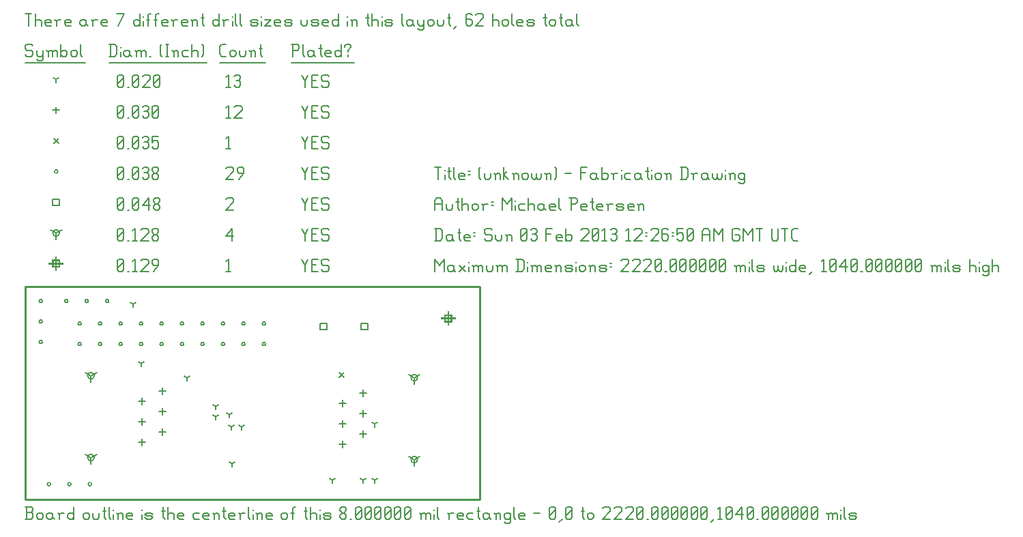
<source format=gbr>
G04 start of page 9 for group -3984 idx -3984 *
G04 Title: (unknown), fab *
G04 Creator: pcb 20110918 *
G04 CreationDate: Sun 03 Feb 2013 12:26:50 AM GMT UTC *
G04 For: petersen *
G04 Format: Gerber/RS-274X *
G04 PCB-Dimensions: 222000 104000 *
G04 PCB-Coordinate-Origin: lower left *
%MOIN*%
%FSLAX25Y25*%
%LNFAB*%
%ADD88C,0.0100*%
%ADD87C,0.0075*%
%ADD86C,0.0060*%
%ADD85R,0.0080X0.0080*%
G54D85*X206500Y91700D02*Y85300D01*
X203300Y88500D02*X209700D01*
X204900Y90100D02*X208100D01*
X204900D02*Y86900D01*
X208100D01*
Y90100D02*Y86900D01*
X15000Y118450D02*Y112050D01*
X11800Y115250D02*X18200D01*
X13400Y116850D02*X16600D01*
X13400D02*Y113650D01*
X16600D01*
Y116850D02*Y113650D01*
G54D86*X135000Y117500D02*X136500Y114500D01*
X138000Y117500D01*
X136500Y114500D02*Y111500D01*
X139800Y114800D02*X142050D01*
X139800Y111500D02*X142800D01*
X139800Y117500D02*Y111500D01*
Y117500D02*X142800D01*
X147600D02*X148350Y116750D01*
X145350Y117500D02*X147600D01*
X144600Y116750D02*X145350Y117500D01*
X144600Y116750D02*Y115250D01*
X145350Y114500D01*
X147600D01*
X148350Y113750D01*
Y112250D01*
X147600Y111500D02*X148350Y112250D01*
X145350Y111500D02*X147600D01*
X144600Y112250D02*X145350Y111500D01*
X98000Y116300D02*X99200Y117500D01*
Y111500D01*
X98000D02*X100250D01*
X45000Y112250D02*X45750Y111500D01*
X45000Y116750D02*Y112250D01*
Y116750D02*X45750Y117500D01*
X47250D01*
X48000Y116750D01*
Y112250D01*
X47250Y111500D02*X48000Y112250D01*
X45750Y111500D02*X47250D01*
X45000Y113000D02*X48000Y116000D01*
X49800Y111500D02*X50550D01*
X52350Y116300D02*X53550Y117500D01*
Y111500D01*
X52350D02*X54600D01*
X56400Y116750D02*X57150Y117500D01*
X59400D01*
X60150Y116750D01*
Y115250D01*
X56400Y111500D02*X60150Y115250D01*
X56400Y111500D02*X60150D01*
X62700D02*X64950Y114500D01*
Y116750D02*Y114500D01*
X64200Y117500D02*X64950Y116750D01*
X62700Y117500D02*X64200D01*
X61950Y116750D02*X62700Y117500D01*
X61950Y116750D02*Y115250D01*
X62700Y114500D01*
X64950D01*
X189925Y19500D02*Y16300D01*
Y19500D02*X192698Y21100D01*
X189925Y19500D02*X187152Y21100D01*
X188325Y19500D02*G75*G03X191525Y19500I1600J0D01*G01*
G75*G03X188325Y19500I-1600J0D01*G01*
X189925Y59500D02*Y56300D01*
Y59500D02*X192698Y61100D01*
X189925Y59500D02*X187152Y61100D01*
X188325Y59500D02*G75*G03X191525Y59500I1600J0D01*G01*
G75*G03X188325Y59500I-1600J0D01*G01*
X32000Y60500D02*Y57300D01*
Y60500D02*X34773Y62100D01*
X32000Y60500D02*X29227Y62100D01*
X30400Y60500D02*G75*G03X33600Y60500I1600J0D01*G01*
G75*G03X30400Y60500I-1600J0D01*G01*
X32000Y20500D02*Y17300D01*
Y20500D02*X34773Y22100D01*
X32000Y20500D02*X29227Y22100D01*
X30400Y20500D02*G75*G03X33600Y20500I1600J0D01*G01*
G75*G03X30400Y20500I-1600J0D01*G01*
X15000Y130250D02*Y127050D01*
Y130250D02*X17773Y131850D01*
X15000Y130250D02*X12227Y131850D01*
X13400Y130250D02*G75*G03X16600Y130250I1600J0D01*G01*
G75*G03X13400Y130250I-1600J0D01*G01*
X135000Y132500D02*X136500Y129500D01*
X138000Y132500D01*
X136500Y129500D02*Y126500D01*
X139800Y129800D02*X142050D01*
X139800Y126500D02*X142800D01*
X139800Y132500D02*Y126500D01*
Y132500D02*X142800D01*
X147600D02*X148350Y131750D01*
X145350Y132500D02*X147600D01*
X144600Y131750D02*X145350Y132500D01*
X144600Y131750D02*Y130250D01*
X145350Y129500D01*
X147600D01*
X148350Y128750D01*
Y127250D01*
X147600Y126500D02*X148350Y127250D01*
X145350Y126500D02*X147600D01*
X144600Y127250D02*X145350Y126500D01*
X98000Y128750D02*X101000Y132500D01*
X98000Y128750D02*X101750D01*
X101000Y132500D02*Y126500D01*
X45000Y127250D02*X45750Y126500D01*
X45000Y131750D02*Y127250D01*
Y131750D02*X45750Y132500D01*
X47250D01*
X48000Y131750D01*
Y127250D01*
X47250Y126500D02*X48000Y127250D01*
X45750Y126500D02*X47250D01*
X45000Y128000D02*X48000Y131000D01*
X49800Y126500D02*X50550D01*
X52350Y131300D02*X53550Y132500D01*
Y126500D01*
X52350D02*X54600D01*
X56400Y131750D02*X57150Y132500D01*
X59400D01*
X60150Y131750D01*
Y130250D01*
X56400Y126500D02*X60150Y130250D01*
X56400Y126500D02*X60150D01*
X61950Y127250D02*X62700Y126500D01*
X61950Y128450D02*Y127250D01*
Y128450D02*X63000Y129500D01*
X63900D01*
X64950Y128450D01*
Y127250D01*
X64200Y126500D02*X64950Y127250D01*
X62700Y126500D02*X64200D01*
X61950Y130550D02*X63000Y129500D01*
X61950Y131750D02*Y130550D01*
Y131750D02*X62700Y132500D01*
X64200D01*
X64950Y131750D01*
Y130550D01*
X63900Y129500D02*X64950Y130550D01*
X163900Y86100D02*X167100D01*
X163900D02*Y82900D01*
X167100D01*
Y86100D02*Y82900D01*
X143900Y86100D02*X147100D01*
X143900D02*Y82900D01*
X147100D01*
Y86100D02*Y82900D01*
X13400Y146850D02*X16600D01*
X13400D02*Y143650D01*
X16600D01*
Y146850D02*Y143650D01*
X135000Y147500D02*X136500Y144500D01*
X138000Y147500D01*
X136500Y144500D02*Y141500D01*
X139800Y144800D02*X142050D01*
X139800Y141500D02*X142800D01*
X139800Y147500D02*Y141500D01*
Y147500D02*X142800D01*
X147600D02*X148350Y146750D01*
X145350Y147500D02*X147600D01*
X144600Y146750D02*X145350Y147500D01*
X144600Y146750D02*Y145250D01*
X145350Y144500D01*
X147600D01*
X148350Y143750D01*
Y142250D01*
X147600Y141500D02*X148350Y142250D01*
X145350Y141500D02*X147600D01*
X144600Y142250D02*X145350Y141500D01*
X98000Y146750D02*X98750Y147500D01*
X101000D01*
X101750Y146750D01*
Y145250D01*
X98000Y141500D02*X101750Y145250D01*
X98000Y141500D02*X101750D01*
X45000Y142250D02*X45750Y141500D01*
X45000Y146750D02*Y142250D01*
Y146750D02*X45750Y147500D01*
X47250D01*
X48000Y146750D01*
Y142250D01*
X47250Y141500D02*X48000Y142250D01*
X45750Y141500D02*X47250D01*
X45000Y143000D02*X48000Y146000D01*
X49800Y141500D02*X50550D01*
X52350Y142250D02*X53100Y141500D01*
X52350Y146750D02*Y142250D01*
Y146750D02*X53100Y147500D01*
X54600D01*
X55350Y146750D01*
Y142250D01*
X54600Y141500D02*X55350Y142250D01*
X53100Y141500D02*X54600D01*
X52350Y143000D02*X55350Y146000D01*
X57150Y143750D02*X60150Y147500D01*
X57150Y143750D02*X60900D01*
X60150Y147500D02*Y141500D01*
X62700Y142250D02*X63450Y141500D01*
X62700Y143450D02*Y142250D01*
Y143450D02*X63750Y144500D01*
X64650D01*
X65700Y143450D01*
Y142250D01*
X64950Y141500D02*X65700Y142250D01*
X63450Y141500D02*X64950D01*
X62700Y145550D02*X63750Y144500D01*
X62700Y146750D02*Y145550D01*
Y146750D02*X63450Y147500D01*
X64950D01*
X65700Y146750D01*
Y145550D01*
X64650Y144500D02*X65700Y145550D01*
X25700Y76000D02*G75*G03X27300Y76000I800J0D01*G01*
G75*G03X25700Y76000I-800J0D01*G01*
X35700D02*G75*G03X37300Y76000I800J0D01*G01*
G75*G03X35700Y76000I-800J0D01*G01*
X45700D02*G75*G03X47300Y76000I800J0D01*G01*
G75*G03X45700Y76000I-800J0D01*G01*
X55700D02*G75*G03X57300Y76000I800J0D01*G01*
G75*G03X55700Y76000I-800J0D01*G01*
X65700D02*G75*G03X67300Y76000I800J0D01*G01*
G75*G03X65700Y76000I-800J0D01*G01*
X75700D02*G75*G03X77300Y76000I800J0D01*G01*
G75*G03X75700Y76000I-800J0D01*G01*
X85700D02*G75*G03X87300Y76000I800J0D01*G01*
G75*G03X85700Y76000I-800J0D01*G01*
X95700D02*G75*G03X97300Y76000I800J0D01*G01*
G75*G03X95700Y76000I-800J0D01*G01*
X105700D02*G75*G03X107300Y76000I800J0D01*G01*
G75*G03X105700Y76000I-800J0D01*G01*
X115700D02*G75*G03X117300Y76000I800J0D01*G01*
G75*G03X115700Y76000I-800J0D01*G01*
X25700Y86000D02*G75*G03X27300Y86000I800J0D01*G01*
G75*G03X25700Y86000I-800J0D01*G01*
X35700D02*G75*G03X37300Y86000I800J0D01*G01*
G75*G03X35700Y86000I-800J0D01*G01*
X45700D02*G75*G03X47300Y86000I800J0D01*G01*
G75*G03X45700Y86000I-800J0D01*G01*
X55700D02*G75*G03X57300Y86000I800J0D01*G01*
G75*G03X55700Y86000I-800J0D01*G01*
X65700D02*G75*G03X67300Y86000I800J0D01*G01*
G75*G03X65700Y86000I-800J0D01*G01*
X75700D02*G75*G03X77300Y86000I800J0D01*G01*
G75*G03X75700Y86000I-800J0D01*G01*
X85700D02*G75*G03X87300Y86000I800J0D01*G01*
G75*G03X85700Y86000I-800J0D01*G01*
X95700D02*G75*G03X97300Y86000I800J0D01*G01*
G75*G03X95700Y86000I-800J0D01*G01*
X105700D02*G75*G03X107300Y86000I800J0D01*G01*
G75*G03X105700Y86000I-800J0D01*G01*
X115700D02*G75*G03X117300Y86000I800J0D01*G01*
G75*G03X115700Y86000I-800J0D01*G01*
X39200Y97000D02*G75*G03X40800Y97000I800J0D01*G01*
G75*G03X39200Y97000I-800J0D01*G01*
X29200D02*G75*G03X30800Y97000I800J0D01*G01*
G75*G03X29200Y97000I-800J0D01*G01*
X19200D02*G75*G03X20800Y97000I800J0D01*G01*
G75*G03X19200Y97000I-800J0D01*G01*
X6700Y77000D02*G75*G03X8300Y77000I800J0D01*G01*
G75*G03X6700Y77000I-800J0D01*G01*
Y87000D02*G75*G03X8300Y87000I800J0D01*G01*
G75*G03X6700Y87000I-800J0D01*G01*
Y97000D02*G75*G03X8300Y97000I800J0D01*G01*
G75*G03X6700Y97000I-800J0D01*G01*
X10700Y7500D02*G75*G03X12300Y7500I800J0D01*G01*
G75*G03X10700Y7500I-800J0D01*G01*
X20700D02*G75*G03X22300Y7500I800J0D01*G01*
G75*G03X20700Y7500I-800J0D01*G01*
X30700D02*G75*G03X32300Y7500I800J0D01*G01*
G75*G03X30700Y7500I-800J0D01*G01*
X14200Y160250D02*G75*G03X15800Y160250I800J0D01*G01*
G75*G03X14200Y160250I-800J0D01*G01*
X135000Y162500D02*X136500Y159500D01*
X138000Y162500D01*
X136500Y159500D02*Y156500D01*
X139800Y159800D02*X142050D01*
X139800Y156500D02*X142800D01*
X139800Y162500D02*Y156500D01*
Y162500D02*X142800D01*
X147600D02*X148350Y161750D01*
X145350Y162500D02*X147600D01*
X144600Y161750D02*X145350Y162500D01*
X144600Y161750D02*Y160250D01*
X145350Y159500D01*
X147600D01*
X148350Y158750D01*
Y157250D01*
X147600Y156500D02*X148350Y157250D01*
X145350Y156500D02*X147600D01*
X144600Y157250D02*X145350Y156500D01*
X98000Y161750D02*X98750Y162500D01*
X101000D01*
X101750Y161750D01*
Y160250D01*
X98000Y156500D02*X101750Y160250D01*
X98000Y156500D02*X101750D01*
X104300D02*X106550Y159500D01*
Y161750D02*Y159500D01*
X105800Y162500D02*X106550Y161750D01*
X104300Y162500D02*X105800D01*
X103550Y161750D02*X104300Y162500D01*
X103550Y161750D02*Y160250D01*
X104300Y159500D01*
X106550D01*
X45000Y157250D02*X45750Y156500D01*
X45000Y161750D02*Y157250D01*
Y161750D02*X45750Y162500D01*
X47250D01*
X48000Y161750D01*
Y157250D01*
X47250Y156500D02*X48000Y157250D01*
X45750Y156500D02*X47250D01*
X45000Y158000D02*X48000Y161000D01*
X49800Y156500D02*X50550D01*
X52350Y157250D02*X53100Y156500D01*
X52350Y161750D02*Y157250D01*
Y161750D02*X53100Y162500D01*
X54600D01*
X55350Y161750D01*
Y157250D01*
X54600Y156500D02*X55350Y157250D01*
X53100Y156500D02*X54600D01*
X52350Y158000D02*X55350Y161000D01*
X57150Y161750D02*X57900Y162500D01*
X59400D01*
X60150Y161750D01*
X59400Y156500D02*X60150Y157250D01*
X57900Y156500D02*X59400D01*
X57150Y157250D02*X57900Y156500D01*
Y159800D02*X59400D01*
X60150Y161750D02*Y160550D01*
Y159050D02*Y157250D01*
Y159050D02*X59400Y159800D01*
X60150Y160550D02*X59400Y159800D01*
X61950Y157250D02*X62700Y156500D01*
X61950Y158450D02*Y157250D01*
Y158450D02*X63000Y159500D01*
X63900D01*
X64950Y158450D01*
Y157250D01*
X64200Y156500D02*X64950Y157250D01*
X62700Y156500D02*X64200D01*
X61950Y160550D02*X63000Y159500D01*
X61950Y161750D02*Y160550D01*
Y161750D02*X62700Y162500D01*
X64200D01*
X64950Y161750D01*
Y160550D01*
X63900Y159500D02*X64950Y160550D01*
X153300Y62200D02*X155700Y59800D01*
X153300D02*X155700Y62200D01*
X13800Y176450D02*X16200Y174050D01*
X13800D02*X16200Y176450D01*
X135000Y177500D02*X136500Y174500D01*
X138000Y177500D01*
X136500Y174500D02*Y171500D01*
X139800Y174800D02*X142050D01*
X139800Y171500D02*X142800D01*
X139800Y177500D02*Y171500D01*
Y177500D02*X142800D01*
X147600D02*X148350Y176750D01*
X145350Y177500D02*X147600D01*
X144600Y176750D02*X145350Y177500D01*
X144600Y176750D02*Y175250D01*
X145350Y174500D01*
X147600D01*
X148350Y173750D01*
Y172250D01*
X147600Y171500D02*X148350Y172250D01*
X145350Y171500D02*X147600D01*
X144600Y172250D02*X145350Y171500D01*
X98000Y176300D02*X99200Y177500D01*
Y171500D01*
X98000D02*X100250D01*
X45000Y172250D02*X45750Y171500D01*
X45000Y176750D02*Y172250D01*
Y176750D02*X45750Y177500D01*
X47250D01*
X48000Y176750D01*
Y172250D01*
X47250Y171500D02*X48000Y172250D01*
X45750Y171500D02*X47250D01*
X45000Y173000D02*X48000Y176000D01*
X49800Y171500D02*X50550D01*
X52350Y172250D02*X53100Y171500D01*
X52350Y176750D02*Y172250D01*
Y176750D02*X53100Y177500D01*
X54600D01*
X55350Y176750D01*
Y172250D01*
X54600Y171500D02*X55350Y172250D01*
X53100Y171500D02*X54600D01*
X52350Y173000D02*X55350Y176000D01*
X57150Y176750D02*X57900Y177500D01*
X59400D01*
X60150Y176750D01*
X59400Y171500D02*X60150Y172250D01*
X57900Y171500D02*X59400D01*
X57150Y172250D02*X57900Y171500D01*
Y174800D02*X59400D01*
X60150Y176750D02*Y175550D01*
Y174050D02*Y172250D01*
Y174050D02*X59400Y174800D01*
X60150Y175550D02*X59400Y174800D01*
X61950Y177500D02*X64950D01*
X61950D02*Y174500D01*
X62700Y175250D01*
X64200D01*
X64950Y174500D01*
Y172250D01*
X64200Y171500D02*X64950Y172250D01*
X62700Y171500D02*X64200D01*
X61950Y172250D02*X62700Y171500D01*
X154925Y28600D02*Y25400D01*
X153325Y27000D02*X156525D01*
X164925Y33600D02*Y30400D01*
X163325Y32000D02*X166525D01*
X154925Y38600D02*Y35400D01*
X153325Y37000D02*X156525D01*
X164925Y43600D02*Y40400D01*
X163325Y42000D02*X166525D01*
X154925Y48600D02*Y45400D01*
X153325Y47000D02*X156525D01*
X164925Y53600D02*Y50400D01*
X163325Y52000D02*X166525D01*
X67000Y54600D02*Y51400D01*
X65400Y53000D02*X68600D01*
X57000Y49600D02*Y46400D01*
X55400Y48000D02*X58600D01*
X67000Y44600D02*Y41400D01*
X65400Y43000D02*X68600D01*
X57000Y39600D02*Y36400D01*
X55400Y38000D02*X58600D01*
X67000Y34600D02*Y31400D01*
X65400Y33000D02*X68600D01*
X57000Y29600D02*Y26400D01*
X55400Y28000D02*X58600D01*
X15000Y191850D02*Y188650D01*
X13400Y190250D02*X16600D01*
X135000Y192500D02*X136500Y189500D01*
X138000Y192500D01*
X136500Y189500D02*Y186500D01*
X139800Y189800D02*X142050D01*
X139800Y186500D02*X142800D01*
X139800Y192500D02*Y186500D01*
Y192500D02*X142800D01*
X147600D02*X148350Y191750D01*
X145350Y192500D02*X147600D01*
X144600Y191750D02*X145350Y192500D01*
X144600Y191750D02*Y190250D01*
X145350Y189500D01*
X147600D01*
X148350Y188750D01*
Y187250D01*
X147600Y186500D02*X148350Y187250D01*
X145350Y186500D02*X147600D01*
X144600Y187250D02*X145350Y186500D01*
X98000Y191300D02*X99200Y192500D01*
Y186500D01*
X98000D02*X100250D01*
X102050Y191750D02*X102800Y192500D01*
X105050D01*
X105800Y191750D01*
Y190250D01*
X102050Y186500D02*X105800Y190250D01*
X102050Y186500D02*X105800D01*
X45000Y187250D02*X45750Y186500D01*
X45000Y191750D02*Y187250D01*
Y191750D02*X45750Y192500D01*
X47250D01*
X48000Y191750D01*
Y187250D01*
X47250Y186500D02*X48000Y187250D01*
X45750Y186500D02*X47250D01*
X45000Y188000D02*X48000Y191000D01*
X49800Y186500D02*X50550D01*
X52350Y187250D02*X53100Y186500D01*
X52350Y191750D02*Y187250D01*
Y191750D02*X53100Y192500D01*
X54600D01*
X55350Y191750D01*
Y187250D01*
X54600Y186500D02*X55350Y187250D01*
X53100Y186500D02*X54600D01*
X52350Y188000D02*X55350Y191000D01*
X57150Y191750D02*X57900Y192500D01*
X59400D01*
X60150Y191750D01*
X59400Y186500D02*X60150Y187250D01*
X57900Y186500D02*X59400D01*
X57150Y187250D02*X57900Y186500D01*
Y189800D02*X59400D01*
X60150Y191750D02*Y190550D01*
Y189050D02*Y187250D01*
Y189050D02*X59400Y189800D01*
X60150Y190550D02*X59400Y189800D01*
X61950Y187250D02*X62700Y186500D01*
X61950Y191750D02*Y187250D01*
Y191750D02*X62700Y192500D01*
X64200D01*
X64950Y191750D01*
Y187250D01*
X64200Y186500D02*X64950Y187250D01*
X62700Y186500D02*X64200D01*
X61950Y188000D02*X64950Y191000D01*
X105500Y35500D02*Y33900D01*
Y35500D02*X106887Y36300D01*
X105500Y35500D02*X104113Y36300D01*
X101000Y17500D02*Y15900D01*
Y17500D02*X102387Y18300D01*
X101000Y17500D02*X99613Y18300D01*
X150000Y9500D02*Y7900D01*
Y9500D02*X151387Y10300D01*
X150000Y9500D02*X148613Y10300D01*
X52500Y95500D02*Y93900D01*
Y95500D02*X53887Y96300D01*
X52500Y95500D02*X51113Y96300D01*
X56500Y66500D02*Y64900D01*
Y66500D02*X57887Y67300D01*
X56500Y66500D02*X55113Y67300D01*
X100500Y35500D02*Y33900D01*
Y35500D02*X101887Y36300D01*
X100500Y35500D02*X99113Y36300D01*
X170500Y37000D02*Y35400D01*
Y37000D02*X171887Y37800D01*
X170500Y37000D02*X169113Y37800D01*
X165000Y9500D02*Y7900D01*
Y9500D02*X166387Y10300D01*
X165000Y9500D02*X163613Y10300D01*
X170500Y9500D02*Y7900D01*
Y9500D02*X171887Y10300D01*
X170500Y9500D02*X169113Y10300D01*
X99500Y41500D02*Y39900D01*
Y41500D02*X100887Y42300D01*
X99500Y41500D02*X98113Y42300D01*
X93000Y40500D02*Y38900D01*
Y40500D02*X94387Y41300D01*
X93000Y40500D02*X91613Y41300D01*
X93000Y45500D02*Y43900D01*
Y45500D02*X94387Y46300D01*
X93000Y45500D02*X91613Y46300D01*
X79000Y59500D02*Y57900D01*
Y59500D02*X80387Y60300D01*
X79000Y59500D02*X77613Y60300D01*
X15000Y205250D02*Y203650D01*
Y205250D02*X16387Y206050D01*
X15000Y205250D02*X13613Y206050D01*
X135000Y207500D02*X136500Y204500D01*
X138000Y207500D01*
X136500Y204500D02*Y201500D01*
X139800Y204800D02*X142050D01*
X139800Y201500D02*X142800D01*
X139800Y207500D02*Y201500D01*
Y207500D02*X142800D01*
X147600D02*X148350Y206750D01*
X145350Y207500D02*X147600D01*
X144600Y206750D02*X145350Y207500D01*
X144600Y206750D02*Y205250D01*
X145350Y204500D01*
X147600D01*
X148350Y203750D01*
Y202250D01*
X147600Y201500D02*X148350Y202250D01*
X145350Y201500D02*X147600D01*
X144600Y202250D02*X145350Y201500D01*
X98000Y206300D02*X99200Y207500D01*
Y201500D01*
X98000D02*X100250D01*
X102050Y206750D02*X102800Y207500D01*
X104300D01*
X105050Y206750D01*
X104300Y201500D02*X105050Y202250D01*
X102800Y201500D02*X104300D01*
X102050Y202250D02*X102800Y201500D01*
Y204800D02*X104300D01*
X105050Y206750D02*Y205550D01*
Y204050D02*Y202250D01*
Y204050D02*X104300Y204800D01*
X105050Y205550D02*X104300Y204800D01*
X45000Y202250D02*X45750Y201500D01*
X45000Y206750D02*Y202250D01*
Y206750D02*X45750Y207500D01*
X47250D01*
X48000Y206750D01*
Y202250D01*
X47250Y201500D02*X48000Y202250D01*
X45750Y201500D02*X47250D01*
X45000Y203000D02*X48000Y206000D01*
X49800Y201500D02*X50550D01*
X52350Y202250D02*X53100Y201500D01*
X52350Y206750D02*Y202250D01*
Y206750D02*X53100Y207500D01*
X54600D01*
X55350Y206750D01*
Y202250D01*
X54600Y201500D02*X55350Y202250D01*
X53100Y201500D02*X54600D01*
X52350Y203000D02*X55350Y206000D01*
X57150Y206750D02*X57900Y207500D01*
X60150D01*
X60900Y206750D01*
Y205250D01*
X57150Y201500D02*X60900Y205250D01*
X57150Y201500D02*X60900D01*
X62700Y202250D02*X63450Y201500D01*
X62700Y206750D02*Y202250D01*
Y206750D02*X63450Y207500D01*
X64950D01*
X65700Y206750D01*
Y202250D01*
X64950Y201500D02*X65700Y202250D01*
X63450Y201500D02*X64950D01*
X62700Y203000D02*X65700Y206000D01*
X3000Y222500D02*X3750Y221750D01*
X750Y222500D02*X3000D01*
X0Y221750D02*X750Y222500D01*
X0Y221750D02*Y220250D01*
X750Y219500D01*
X3000D01*
X3750Y218750D01*
Y217250D01*
X3000Y216500D02*X3750Y217250D01*
X750Y216500D02*X3000D01*
X0Y217250D02*X750Y216500D01*
X5550Y219500D02*Y217250D01*
X6300Y216500D01*
X8550Y219500D02*Y215000D01*
X7800Y214250D02*X8550Y215000D01*
X6300Y214250D02*X7800D01*
X5550Y215000D02*X6300Y214250D01*
Y216500D02*X7800D01*
X8550Y217250D01*
X11100Y218750D02*Y216500D01*
Y218750D02*X11850Y219500D01*
X12600D01*
X13350Y218750D01*
Y216500D01*
Y218750D02*X14100Y219500D01*
X14850D01*
X15600Y218750D01*
Y216500D01*
X10350Y219500D02*X11100Y218750D01*
X17400Y222500D02*Y216500D01*
Y217250D02*X18150Y216500D01*
X19650D01*
X20400Y217250D01*
Y218750D02*Y217250D01*
X19650Y219500D02*X20400Y218750D01*
X18150Y219500D02*X19650D01*
X17400Y218750D02*X18150Y219500D01*
X22200Y218750D02*Y217250D01*
Y218750D02*X22950Y219500D01*
X24450D01*
X25200Y218750D01*
Y217250D01*
X24450Y216500D02*X25200Y217250D01*
X22950Y216500D02*X24450D01*
X22200Y217250D02*X22950Y216500D01*
X27000Y222500D02*Y217250D01*
X27750Y216500D01*
X0Y213250D02*X29250D01*
X41750Y222500D02*Y216500D01*
X43700Y222500D02*X44750Y221450D01*
Y217550D01*
X43700Y216500D02*X44750Y217550D01*
X41000Y216500D02*X43700D01*
X41000Y222500D02*X43700D01*
G54D87*X46550Y221000D02*Y220850D01*
G54D86*Y218750D02*Y216500D01*
X50300Y219500D02*X51050Y218750D01*
X48800Y219500D02*X50300D01*
X48050Y218750D02*X48800Y219500D01*
X48050Y218750D02*Y217250D01*
X48800Y216500D01*
X51050Y219500D02*Y217250D01*
X51800Y216500D01*
X48800D02*X50300D01*
X51050Y217250D01*
X54350Y218750D02*Y216500D01*
Y218750D02*X55100Y219500D01*
X55850D01*
X56600Y218750D01*
Y216500D01*
Y218750D02*X57350Y219500D01*
X58100D01*
X58850Y218750D01*
Y216500D01*
X53600Y219500D02*X54350Y218750D01*
X60650Y216500D02*X61400D01*
X65900Y217250D02*X66650Y216500D01*
X65900Y221750D02*X66650Y222500D01*
X65900Y221750D02*Y217250D01*
X68450Y222500D02*X69950D01*
X69200D02*Y216500D01*
X68450D02*X69950D01*
X72500Y218750D02*Y216500D01*
Y218750D02*X73250Y219500D01*
X74000D01*
X74750Y218750D01*
Y216500D01*
X71750Y219500D02*X72500Y218750D01*
X77300Y219500D02*X79550D01*
X76550Y218750D02*X77300Y219500D01*
X76550Y218750D02*Y217250D01*
X77300Y216500D01*
X79550D01*
X81350Y222500D02*Y216500D01*
Y218750D02*X82100Y219500D01*
X83600D01*
X84350Y218750D01*
Y216500D01*
X86150Y222500D02*X86900Y221750D01*
Y217250D01*
X86150Y216500D02*X86900Y217250D01*
X41000Y213250D02*X88700D01*
X96050Y216500D02*X98000D01*
X95000Y217550D02*X96050Y216500D01*
X95000Y221450D02*Y217550D01*
Y221450D02*X96050Y222500D01*
X98000D01*
X99800Y218750D02*Y217250D01*
Y218750D02*X100550Y219500D01*
X102050D01*
X102800Y218750D01*
Y217250D01*
X102050Y216500D02*X102800Y217250D01*
X100550Y216500D02*X102050D01*
X99800Y217250D02*X100550Y216500D01*
X104600Y219500D02*Y217250D01*
X105350Y216500D01*
X106850D01*
X107600Y217250D01*
Y219500D02*Y217250D01*
X110150Y218750D02*Y216500D01*
Y218750D02*X110900Y219500D01*
X111650D01*
X112400Y218750D01*
Y216500D01*
X109400Y219500D02*X110150Y218750D01*
X114950Y222500D02*Y217250D01*
X115700Y216500D01*
X114200Y220250D02*X115700D01*
X95000Y213250D02*X117200D01*
X130750Y222500D02*Y216500D01*
X130000Y222500D02*X133000D01*
X133750Y221750D01*
Y220250D01*
X133000Y219500D02*X133750Y220250D01*
X130750Y219500D02*X133000D01*
X135550Y222500D02*Y217250D01*
X136300Y216500D01*
X140050Y219500D02*X140800Y218750D01*
X138550Y219500D02*X140050D01*
X137800Y218750D02*X138550Y219500D01*
X137800Y218750D02*Y217250D01*
X138550Y216500D01*
X140800Y219500D02*Y217250D01*
X141550Y216500D01*
X138550D02*X140050D01*
X140800Y217250D01*
X144100Y222500D02*Y217250D01*
X144850Y216500D01*
X143350Y220250D02*X144850D01*
X147100Y216500D02*X149350D01*
X146350Y217250D02*X147100Y216500D01*
X146350Y218750D02*Y217250D01*
Y218750D02*X147100Y219500D01*
X148600D01*
X149350Y218750D01*
X146350Y218000D02*X149350D01*
Y218750D02*Y218000D01*
X154150Y222500D02*Y216500D01*
X153400D02*X154150Y217250D01*
X151900Y216500D02*X153400D01*
X151150Y217250D02*X151900Y216500D01*
X151150Y218750D02*Y217250D01*
Y218750D02*X151900Y219500D01*
X153400D01*
X154150Y218750D01*
X157450Y219500D02*Y218750D01*
Y217250D02*Y216500D01*
X155950Y221750D02*Y221000D01*
Y221750D02*X156700Y222500D01*
X158200D01*
X158950Y221750D01*
Y221000D01*
X157450Y219500D02*X158950Y221000D01*
X130000Y213250D02*X160750D01*
X0Y237500D02*X3000D01*
X1500D02*Y231500D01*
X4800Y237500D02*Y231500D01*
Y233750D02*X5550Y234500D01*
X7050D01*
X7800Y233750D01*
Y231500D01*
X10350D02*X12600D01*
X9600Y232250D02*X10350Y231500D01*
X9600Y233750D02*Y232250D01*
Y233750D02*X10350Y234500D01*
X11850D01*
X12600Y233750D01*
X9600Y233000D02*X12600D01*
Y233750D02*Y233000D01*
X15150Y233750D02*Y231500D01*
Y233750D02*X15900Y234500D01*
X17400D01*
X14400D02*X15150Y233750D01*
X19950Y231500D02*X22200D01*
X19200Y232250D02*X19950Y231500D01*
X19200Y233750D02*Y232250D01*
Y233750D02*X19950Y234500D01*
X21450D01*
X22200Y233750D01*
X19200Y233000D02*X22200D01*
Y233750D02*Y233000D01*
X28950Y234500D02*X29700Y233750D01*
X27450Y234500D02*X28950D01*
X26700Y233750D02*X27450Y234500D01*
X26700Y233750D02*Y232250D01*
X27450Y231500D01*
X29700Y234500D02*Y232250D01*
X30450Y231500D01*
X27450D02*X28950D01*
X29700Y232250D01*
X33000Y233750D02*Y231500D01*
Y233750D02*X33750Y234500D01*
X35250D01*
X32250D02*X33000Y233750D01*
X37800Y231500D02*X40050D01*
X37050Y232250D02*X37800Y231500D01*
X37050Y233750D02*Y232250D01*
Y233750D02*X37800Y234500D01*
X39300D01*
X40050Y233750D01*
X37050Y233000D02*X40050D01*
Y233750D02*Y233000D01*
X45300Y231500D02*X48300Y237500D01*
X44550D02*X48300D01*
X55800D02*Y231500D01*
X55050D02*X55800Y232250D01*
X53550Y231500D02*X55050D01*
X52800Y232250D02*X53550Y231500D01*
X52800Y233750D02*Y232250D01*
Y233750D02*X53550Y234500D01*
X55050D01*
X55800Y233750D01*
G54D87*X57600Y236000D02*Y235850D01*
G54D86*Y233750D02*Y231500D01*
X59850Y236750D02*Y231500D01*
Y236750D02*X60600Y237500D01*
X61350D01*
X59100Y234500D02*X60600D01*
X63600Y236750D02*Y231500D01*
Y236750D02*X64350Y237500D01*
X65100D01*
X62850Y234500D02*X64350D01*
X67350Y231500D02*X69600D01*
X66600Y232250D02*X67350Y231500D01*
X66600Y233750D02*Y232250D01*
Y233750D02*X67350Y234500D01*
X68850D01*
X69600Y233750D01*
X66600Y233000D02*X69600D01*
Y233750D02*Y233000D01*
X72150Y233750D02*Y231500D01*
Y233750D02*X72900Y234500D01*
X74400D01*
X71400D02*X72150Y233750D01*
X76950Y231500D02*X79200D01*
X76200Y232250D02*X76950Y231500D01*
X76200Y233750D02*Y232250D01*
Y233750D02*X76950Y234500D01*
X78450D01*
X79200Y233750D01*
X76200Y233000D02*X79200D01*
Y233750D02*Y233000D01*
X81750Y233750D02*Y231500D01*
Y233750D02*X82500Y234500D01*
X83250D01*
X84000Y233750D01*
Y231500D01*
X81000Y234500D02*X81750Y233750D01*
X86550Y237500D02*Y232250D01*
X87300Y231500D01*
X85800Y235250D02*X87300D01*
X94500Y237500D02*Y231500D01*
X93750D02*X94500Y232250D01*
X92250Y231500D02*X93750D01*
X91500Y232250D02*X92250Y231500D01*
X91500Y233750D02*Y232250D01*
Y233750D02*X92250Y234500D01*
X93750D01*
X94500Y233750D01*
X97050D02*Y231500D01*
Y233750D02*X97800Y234500D01*
X99300D01*
X96300D02*X97050Y233750D01*
G54D87*X101100Y236000D02*Y235850D01*
G54D86*Y233750D02*Y231500D01*
X102600Y237500D02*Y232250D01*
X103350Y231500D01*
X104850Y237500D02*Y232250D01*
X105600Y231500D01*
X110550D02*X112800D01*
X113550Y232250D01*
X112800Y233000D02*X113550Y232250D01*
X110550Y233000D02*X112800D01*
X109800Y233750D02*X110550Y233000D01*
X109800Y233750D02*X110550Y234500D01*
X112800D01*
X113550Y233750D01*
X109800Y232250D02*X110550Y231500D01*
G54D87*X115350Y236000D02*Y235850D01*
G54D86*Y233750D02*Y231500D01*
X116850Y234500D02*X119850D01*
X116850Y231500D02*X119850Y234500D01*
X116850Y231500D02*X119850D01*
X122400D02*X124650D01*
X121650Y232250D02*X122400Y231500D01*
X121650Y233750D02*Y232250D01*
Y233750D02*X122400Y234500D01*
X123900D01*
X124650Y233750D01*
X121650Y233000D02*X124650D01*
Y233750D02*Y233000D01*
X127200Y231500D02*X129450D01*
X130200Y232250D01*
X129450Y233000D02*X130200Y232250D01*
X127200Y233000D02*X129450D01*
X126450Y233750D02*X127200Y233000D01*
X126450Y233750D02*X127200Y234500D01*
X129450D01*
X130200Y233750D01*
X126450Y232250D02*X127200Y231500D01*
X134700Y234500D02*Y232250D01*
X135450Y231500D01*
X136950D01*
X137700Y232250D01*
Y234500D02*Y232250D01*
X140250Y231500D02*X142500D01*
X143250Y232250D01*
X142500Y233000D02*X143250Y232250D01*
X140250Y233000D02*X142500D01*
X139500Y233750D02*X140250Y233000D01*
X139500Y233750D02*X140250Y234500D01*
X142500D01*
X143250Y233750D01*
X139500Y232250D02*X140250Y231500D01*
X145800D02*X148050D01*
X145050Y232250D02*X145800Y231500D01*
X145050Y233750D02*Y232250D01*
Y233750D02*X145800Y234500D01*
X147300D01*
X148050Y233750D01*
X145050Y233000D02*X148050D01*
Y233750D02*Y233000D01*
X152850Y237500D02*Y231500D01*
X152100D02*X152850Y232250D01*
X150600Y231500D02*X152100D01*
X149850Y232250D02*X150600Y231500D01*
X149850Y233750D02*Y232250D01*
Y233750D02*X150600Y234500D01*
X152100D01*
X152850Y233750D01*
G54D87*X157350Y236000D02*Y235850D01*
G54D86*Y233750D02*Y231500D01*
X159600Y233750D02*Y231500D01*
Y233750D02*X160350Y234500D01*
X161100D01*
X161850Y233750D01*
Y231500D01*
X158850Y234500D02*X159600Y233750D01*
X167100Y237500D02*Y232250D01*
X167850Y231500D01*
X166350Y235250D02*X167850D01*
X169350Y237500D02*Y231500D01*
Y233750D02*X170100Y234500D01*
X171600D01*
X172350Y233750D01*
Y231500D01*
G54D87*X174150Y236000D02*Y235850D01*
G54D86*Y233750D02*Y231500D01*
X176400D02*X178650D01*
X179400Y232250D01*
X178650Y233000D02*X179400Y232250D01*
X176400Y233000D02*X178650D01*
X175650Y233750D02*X176400Y233000D01*
X175650Y233750D02*X176400Y234500D01*
X178650D01*
X179400Y233750D01*
X175650Y232250D02*X176400Y231500D01*
X183900Y237500D02*Y232250D01*
X184650Y231500D01*
X188400Y234500D02*X189150Y233750D01*
X186900Y234500D02*X188400D01*
X186150Y233750D02*X186900Y234500D01*
X186150Y233750D02*Y232250D01*
X186900Y231500D01*
X189150Y234500D02*Y232250D01*
X189900Y231500D01*
X186900D02*X188400D01*
X189150Y232250D01*
X191700Y234500D02*Y232250D01*
X192450Y231500D01*
X194700Y234500D02*Y230000D01*
X193950Y229250D02*X194700Y230000D01*
X192450Y229250D02*X193950D01*
X191700Y230000D02*X192450Y229250D01*
Y231500D02*X193950D01*
X194700Y232250D01*
X196500Y233750D02*Y232250D01*
Y233750D02*X197250Y234500D01*
X198750D01*
X199500Y233750D01*
Y232250D01*
X198750Y231500D02*X199500Y232250D01*
X197250Y231500D02*X198750D01*
X196500Y232250D02*X197250Y231500D01*
X201300Y234500D02*Y232250D01*
X202050Y231500D01*
X203550D01*
X204300Y232250D01*
Y234500D02*Y232250D01*
X206850Y237500D02*Y232250D01*
X207600Y231500D01*
X206100Y235250D02*X207600D01*
X209100Y230000D02*X210600Y231500D01*
X217350Y237500D02*X218100Y236750D01*
X215850Y237500D02*X217350D01*
X215100Y236750D02*X215850Y237500D01*
X215100Y236750D02*Y232250D01*
X215850Y231500D01*
X217350Y234800D02*X218100Y234050D01*
X215100Y234800D02*X217350D01*
X215850Y231500D02*X217350D01*
X218100Y232250D01*
Y234050D02*Y232250D01*
X219900Y236750D02*X220650Y237500D01*
X222900D01*
X223650Y236750D01*
Y235250D01*
X219900Y231500D02*X223650Y235250D01*
X219900Y231500D02*X223650D01*
X228150Y237500D02*Y231500D01*
Y233750D02*X228900Y234500D01*
X230400D01*
X231150Y233750D01*
Y231500D01*
X232950Y233750D02*Y232250D01*
Y233750D02*X233700Y234500D01*
X235200D01*
X235950Y233750D01*
Y232250D01*
X235200Y231500D02*X235950Y232250D01*
X233700Y231500D02*X235200D01*
X232950Y232250D02*X233700Y231500D01*
X237750Y237500D02*Y232250D01*
X238500Y231500D01*
X240750D02*X243000D01*
X240000Y232250D02*X240750Y231500D01*
X240000Y233750D02*Y232250D01*
Y233750D02*X240750Y234500D01*
X242250D01*
X243000Y233750D01*
X240000Y233000D02*X243000D01*
Y233750D02*Y233000D01*
X245550Y231500D02*X247800D01*
X248550Y232250D01*
X247800Y233000D02*X248550Y232250D01*
X245550Y233000D02*X247800D01*
X244800Y233750D02*X245550Y233000D01*
X244800Y233750D02*X245550Y234500D01*
X247800D01*
X248550Y233750D01*
X244800Y232250D02*X245550Y231500D01*
X253800Y237500D02*Y232250D01*
X254550Y231500D01*
X253050Y235250D02*X254550D01*
X256050Y233750D02*Y232250D01*
Y233750D02*X256800Y234500D01*
X258300D01*
X259050Y233750D01*
Y232250D01*
X258300Y231500D02*X259050Y232250D01*
X256800Y231500D02*X258300D01*
X256050Y232250D02*X256800Y231500D01*
X261600Y237500D02*Y232250D01*
X262350Y231500D01*
X260850Y235250D02*X262350D01*
X266100Y234500D02*X266850Y233750D01*
X264600Y234500D02*X266100D01*
X263850Y233750D02*X264600Y234500D01*
X263850Y233750D02*Y232250D01*
X264600Y231500D01*
X266850Y234500D02*Y232250D01*
X267600Y231500D01*
X264600D02*X266100D01*
X266850Y232250D01*
X269400Y237500D02*Y232250D01*
X270150Y231500D01*
G54D88*X0Y104000D02*X222000D01*
X0D02*Y0D01*
X222000Y104000D02*Y0D01*
X0D02*X222000D01*
G54D86*X200000Y117500D02*Y111500D01*
Y117500D02*X202250Y114500D01*
X204500Y117500D01*
Y111500D01*
X208550Y114500D02*X209300Y113750D01*
X207050Y114500D02*X208550D01*
X206300Y113750D02*X207050Y114500D01*
X206300Y113750D02*Y112250D01*
X207050Y111500D01*
X209300Y114500D02*Y112250D01*
X210050Y111500D01*
X207050D02*X208550D01*
X209300Y112250D01*
X211850Y114500D02*X214850Y111500D01*
X211850D02*X214850Y114500D01*
G54D87*X216650Y116000D02*Y115850D01*
G54D86*Y113750D02*Y111500D01*
X218900Y113750D02*Y111500D01*
Y113750D02*X219650Y114500D01*
X220400D01*
X221150Y113750D01*
Y111500D01*
Y113750D02*X221900Y114500D01*
X222650D01*
X223400Y113750D01*
Y111500D01*
X218150Y114500D02*X218900Y113750D01*
X225200Y114500D02*Y112250D01*
X225950Y111500D01*
X227450D01*
X228200Y112250D01*
Y114500D02*Y112250D01*
X230750Y113750D02*Y111500D01*
Y113750D02*X231500Y114500D01*
X232250D01*
X233000Y113750D01*
Y111500D01*
Y113750D02*X233750Y114500D01*
X234500D01*
X235250Y113750D01*
Y111500D01*
X230000Y114500D02*X230750Y113750D01*
X240500Y117500D02*Y111500D01*
X242450Y117500D02*X243500Y116450D01*
Y112550D01*
X242450Y111500D02*X243500Y112550D01*
X239750Y111500D02*X242450D01*
X239750Y117500D02*X242450D01*
G54D87*X245300Y116000D02*Y115850D01*
G54D86*Y113750D02*Y111500D01*
X247550Y113750D02*Y111500D01*
Y113750D02*X248300Y114500D01*
X249050D01*
X249800Y113750D01*
Y111500D01*
Y113750D02*X250550Y114500D01*
X251300D01*
X252050Y113750D01*
Y111500D01*
X246800Y114500D02*X247550Y113750D01*
X254600Y111500D02*X256850D01*
X253850Y112250D02*X254600Y111500D01*
X253850Y113750D02*Y112250D01*
Y113750D02*X254600Y114500D01*
X256100D01*
X256850Y113750D01*
X253850Y113000D02*X256850D01*
Y113750D02*Y113000D01*
X259400Y113750D02*Y111500D01*
Y113750D02*X260150Y114500D01*
X260900D01*
X261650Y113750D01*
Y111500D01*
X258650Y114500D02*X259400Y113750D01*
X264200Y111500D02*X266450D01*
X267200Y112250D01*
X266450Y113000D02*X267200Y112250D01*
X264200Y113000D02*X266450D01*
X263450Y113750D02*X264200Y113000D01*
X263450Y113750D02*X264200Y114500D01*
X266450D01*
X267200Y113750D01*
X263450Y112250D02*X264200Y111500D01*
G54D87*X269000Y116000D02*Y115850D01*
G54D86*Y113750D02*Y111500D01*
X270500Y113750D02*Y112250D01*
Y113750D02*X271250Y114500D01*
X272750D01*
X273500Y113750D01*
Y112250D01*
X272750Y111500D02*X273500Y112250D01*
X271250Y111500D02*X272750D01*
X270500Y112250D02*X271250Y111500D01*
X276050Y113750D02*Y111500D01*
Y113750D02*X276800Y114500D01*
X277550D01*
X278300Y113750D01*
Y111500D01*
X275300Y114500D02*X276050Y113750D01*
X280850Y111500D02*X283100D01*
X283850Y112250D01*
X283100Y113000D02*X283850Y112250D01*
X280850Y113000D02*X283100D01*
X280100Y113750D02*X280850Y113000D01*
X280100Y113750D02*X280850Y114500D01*
X283100D01*
X283850Y113750D01*
X280100Y112250D02*X280850Y111500D01*
X285650Y115250D02*X286400D01*
X285650Y113750D02*X286400D01*
X290900Y116750D02*X291650Y117500D01*
X293900D01*
X294650Y116750D01*
Y115250D01*
X290900Y111500D02*X294650Y115250D01*
X290900Y111500D02*X294650D01*
X296450Y116750D02*X297200Y117500D01*
X299450D01*
X300200Y116750D01*
Y115250D01*
X296450Y111500D02*X300200Y115250D01*
X296450Y111500D02*X300200D01*
X302000Y116750D02*X302750Y117500D01*
X305000D01*
X305750Y116750D01*
Y115250D01*
X302000Y111500D02*X305750Y115250D01*
X302000Y111500D02*X305750D01*
X307550Y112250D02*X308300Y111500D01*
X307550Y116750D02*Y112250D01*
Y116750D02*X308300Y117500D01*
X309800D01*
X310550Y116750D01*
Y112250D01*
X309800Y111500D02*X310550Y112250D01*
X308300Y111500D02*X309800D01*
X307550Y113000D02*X310550Y116000D01*
X312350Y111500D02*X313100D01*
X314900Y112250D02*X315650Y111500D01*
X314900Y116750D02*Y112250D01*
Y116750D02*X315650Y117500D01*
X317150D01*
X317900Y116750D01*
Y112250D01*
X317150Y111500D02*X317900Y112250D01*
X315650Y111500D02*X317150D01*
X314900Y113000D02*X317900Y116000D01*
X319700Y112250D02*X320450Y111500D01*
X319700Y116750D02*Y112250D01*
Y116750D02*X320450Y117500D01*
X321950D01*
X322700Y116750D01*
Y112250D01*
X321950Y111500D02*X322700Y112250D01*
X320450Y111500D02*X321950D01*
X319700Y113000D02*X322700Y116000D01*
X324500Y112250D02*X325250Y111500D01*
X324500Y116750D02*Y112250D01*
Y116750D02*X325250Y117500D01*
X326750D01*
X327500Y116750D01*
Y112250D01*
X326750Y111500D02*X327500Y112250D01*
X325250Y111500D02*X326750D01*
X324500Y113000D02*X327500Y116000D01*
X329300Y112250D02*X330050Y111500D01*
X329300Y116750D02*Y112250D01*
Y116750D02*X330050Y117500D01*
X331550D01*
X332300Y116750D01*
Y112250D01*
X331550Y111500D02*X332300Y112250D01*
X330050Y111500D02*X331550D01*
X329300Y113000D02*X332300Y116000D01*
X334100Y112250D02*X334850Y111500D01*
X334100Y116750D02*Y112250D01*
Y116750D02*X334850Y117500D01*
X336350D01*
X337100Y116750D01*
Y112250D01*
X336350Y111500D02*X337100Y112250D01*
X334850Y111500D02*X336350D01*
X334100Y113000D02*X337100Y116000D01*
X338900Y112250D02*X339650Y111500D01*
X338900Y116750D02*Y112250D01*
Y116750D02*X339650Y117500D01*
X341150D01*
X341900Y116750D01*
Y112250D01*
X341150Y111500D02*X341900Y112250D01*
X339650Y111500D02*X341150D01*
X338900Y113000D02*X341900Y116000D01*
X347150Y113750D02*Y111500D01*
Y113750D02*X347900Y114500D01*
X348650D01*
X349400Y113750D01*
Y111500D01*
Y113750D02*X350150Y114500D01*
X350900D01*
X351650Y113750D01*
Y111500D01*
X346400Y114500D02*X347150Y113750D01*
G54D87*X353450Y116000D02*Y115850D01*
G54D86*Y113750D02*Y111500D01*
X354950Y117500D02*Y112250D01*
X355700Y111500D01*
X357950D02*X360200D01*
X360950Y112250D01*
X360200Y113000D02*X360950Y112250D01*
X357950Y113000D02*X360200D01*
X357200Y113750D02*X357950Y113000D01*
X357200Y113750D02*X357950Y114500D01*
X360200D01*
X360950Y113750D01*
X357200Y112250D02*X357950Y111500D01*
X365450Y114500D02*Y112250D01*
X366200Y111500D01*
X366950D01*
X367700Y112250D01*
Y114500D02*Y112250D01*
X368450Y111500D01*
X369200D01*
X369950Y112250D01*
Y114500D02*Y112250D01*
G54D87*X371750Y116000D02*Y115850D01*
G54D86*Y113750D02*Y111500D01*
X376250Y117500D02*Y111500D01*
X375500D02*X376250Y112250D01*
X374000Y111500D02*X375500D01*
X373250Y112250D02*X374000Y111500D01*
X373250Y113750D02*Y112250D01*
Y113750D02*X374000Y114500D01*
X375500D01*
X376250Y113750D01*
X378800Y111500D02*X381050D01*
X378050Y112250D02*X378800Y111500D01*
X378050Y113750D02*Y112250D01*
Y113750D02*X378800Y114500D01*
X380300D01*
X381050Y113750D01*
X378050Y113000D02*X381050D01*
Y113750D02*Y113000D01*
X382850Y110000D02*X384350Y111500D01*
X388850Y116300D02*X390050Y117500D01*
Y111500D01*
X388850D02*X391100D01*
X392900Y112250D02*X393650Y111500D01*
X392900Y116750D02*Y112250D01*
Y116750D02*X393650Y117500D01*
X395150D01*
X395900Y116750D01*
Y112250D01*
X395150Y111500D02*X395900Y112250D01*
X393650Y111500D02*X395150D01*
X392900Y113000D02*X395900Y116000D01*
X397700Y113750D02*X400700Y117500D01*
X397700Y113750D02*X401450D01*
X400700Y117500D02*Y111500D01*
X403250Y112250D02*X404000Y111500D01*
X403250Y116750D02*Y112250D01*
Y116750D02*X404000Y117500D01*
X405500D01*
X406250Y116750D01*
Y112250D01*
X405500Y111500D02*X406250Y112250D01*
X404000Y111500D02*X405500D01*
X403250Y113000D02*X406250Y116000D01*
X408050Y111500D02*X408800D01*
X410600Y112250D02*X411350Y111500D01*
X410600Y116750D02*Y112250D01*
Y116750D02*X411350Y117500D01*
X412850D01*
X413600Y116750D01*
Y112250D01*
X412850Y111500D02*X413600Y112250D01*
X411350Y111500D02*X412850D01*
X410600Y113000D02*X413600Y116000D01*
X415400Y112250D02*X416150Y111500D01*
X415400Y116750D02*Y112250D01*
Y116750D02*X416150Y117500D01*
X417650D01*
X418400Y116750D01*
Y112250D01*
X417650Y111500D02*X418400Y112250D01*
X416150Y111500D02*X417650D01*
X415400Y113000D02*X418400Y116000D01*
X420200Y112250D02*X420950Y111500D01*
X420200Y116750D02*Y112250D01*
Y116750D02*X420950Y117500D01*
X422450D01*
X423200Y116750D01*
Y112250D01*
X422450Y111500D02*X423200Y112250D01*
X420950Y111500D02*X422450D01*
X420200Y113000D02*X423200Y116000D01*
X425000Y112250D02*X425750Y111500D01*
X425000Y116750D02*Y112250D01*
Y116750D02*X425750Y117500D01*
X427250D01*
X428000Y116750D01*
Y112250D01*
X427250Y111500D02*X428000Y112250D01*
X425750Y111500D02*X427250D01*
X425000Y113000D02*X428000Y116000D01*
X429800Y112250D02*X430550Y111500D01*
X429800Y116750D02*Y112250D01*
Y116750D02*X430550Y117500D01*
X432050D01*
X432800Y116750D01*
Y112250D01*
X432050Y111500D02*X432800Y112250D01*
X430550Y111500D02*X432050D01*
X429800Y113000D02*X432800Y116000D01*
X434600Y112250D02*X435350Y111500D01*
X434600Y116750D02*Y112250D01*
Y116750D02*X435350Y117500D01*
X436850D01*
X437600Y116750D01*
Y112250D01*
X436850Y111500D02*X437600Y112250D01*
X435350Y111500D02*X436850D01*
X434600Y113000D02*X437600Y116000D01*
X442850Y113750D02*Y111500D01*
Y113750D02*X443600Y114500D01*
X444350D01*
X445100Y113750D01*
Y111500D01*
Y113750D02*X445850Y114500D01*
X446600D01*
X447350Y113750D01*
Y111500D01*
X442100Y114500D02*X442850Y113750D01*
G54D87*X449150Y116000D02*Y115850D01*
G54D86*Y113750D02*Y111500D01*
X450650Y117500D02*Y112250D01*
X451400Y111500D01*
X453650D02*X455900D01*
X456650Y112250D01*
X455900Y113000D02*X456650Y112250D01*
X453650Y113000D02*X455900D01*
X452900Y113750D02*X453650Y113000D01*
X452900Y113750D02*X453650Y114500D01*
X455900D01*
X456650Y113750D01*
X452900Y112250D02*X453650Y111500D01*
X461150Y117500D02*Y111500D01*
Y113750D02*X461900Y114500D01*
X463400D01*
X464150Y113750D01*
Y111500D01*
G54D87*X465950Y116000D02*Y115850D01*
G54D86*Y113750D02*Y111500D01*
X469700Y114500D02*X470450Y113750D01*
X468200Y114500D02*X469700D01*
X467450Y113750D02*X468200Y114500D01*
X467450Y113750D02*Y112250D01*
X468200Y111500D01*
X469700D01*
X470450Y112250D01*
X467450Y110000D02*X468200Y109250D01*
X469700D01*
X470450Y110000D01*
Y114500D02*Y110000D01*
X472250Y117500D02*Y111500D01*
Y113750D02*X473000Y114500D01*
X474500D01*
X475250Y113750D01*
Y111500D01*
X0Y-9500D02*X3000D01*
X3750Y-8750D01*
Y-6950D02*Y-8750D01*
X3000Y-6200D02*X3750Y-6950D01*
X750Y-6200D02*X3000D01*
X750Y-3500D02*Y-9500D01*
X0Y-3500D02*X3000D01*
X3750Y-4250D01*
Y-5450D01*
X3000Y-6200D02*X3750Y-5450D01*
X5550Y-7250D02*Y-8750D01*
Y-7250D02*X6300Y-6500D01*
X7800D01*
X8550Y-7250D01*
Y-8750D01*
X7800Y-9500D02*X8550Y-8750D01*
X6300Y-9500D02*X7800D01*
X5550Y-8750D02*X6300Y-9500D01*
X12600Y-6500D02*X13350Y-7250D01*
X11100Y-6500D02*X12600D01*
X10350Y-7250D02*X11100Y-6500D01*
X10350Y-7250D02*Y-8750D01*
X11100Y-9500D01*
X13350Y-6500D02*Y-8750D01*
X14100Y-9500D01*
X11100D02*X12600D01*
X13350Y-8750D01*
X16650Y-7250D02*Y-9500D01*
Y-7250D02*X17400Y-6500D01*
X18900D01*
X15900D02*X16650Y-7250D01*
X23700Y-3500D02*Y-9500D01*
X22950D02*X23700Y-8750D01*
X21450Y-9500D02*X22950D01*
X20700Y-8750D02*X21450Y-9500D01*
X20700Y-7250D02*Y-8750D01*
Y-7250D02*X21450Y-6500D01*
X22950D01*
X23700Y-7250D01*
X28200D02*Y-8750D01*
Y-7250D02*X28950Y-6500D01*
X30450D01*
X31200Y-7250D01*
Y-8750D01*
X30450Y-9500D02*X31200Y-8750D01*
X28950Y-9500D02*X30450D01*
X28200Y-8750D02*X28950Y-9500D01*
X33000Y-6500D02*Y-8750D01*
X33750Y-9500D01*
X35250D01*
X36000Y-8750D01*
Y-6500D02*Y-8750D01*
X38550Y-3500D02*Y-8750D01*
X39300Y-9500D01*
X37800Y-5750D02*X39300D01*
X40800Y-3500D02*Y-8750D01*
X41550Y-9500D01*
G54D87*X43050Y-5000D02*Y-5150D01*
G54D86*Y-7250D02*Y-9500D01*
X45300Y-7250D02*Y-9500D01*
Y-7250D02*X46050Y-6500D01*
X46800D01*
X47550Y-7250D01*
Y-9500D01*
X44550Y-6500D02*X45300Y-7250D01*
X50100Y-9500D02*X52350D01*
X49350Y-8750D02*X50100Y-9500D01*
X49350Y-7250D02*Y-8750D01*
Y-7250D02*X50100Y-6500D01*
X51600D01*
X52350Y-7250D01*
X49350Y-8000D02*X52350D01*
Y-7250D02*Y-8000D01*
G54D87*X56850Y-5000D02*Y-5150D01*
G54D86*Y-7250D02*Y-9500D01*
X59100D02*X61350D01*
X62100Y-8750D01*
X61350Y-8000D02*X62100Y-8750D01*
X59100Y-8000D02*X61350D01*
X58350Y-7250D02*X59100Y-8000D01*
X58350Y-7250D02*X59100Y-6500D01*
X61350D01*
X62100Y-7250D01*
X58350Y-8750D02*X59100Y-9500D01*
X67350Y-3500D02*Y-8750D01*
X68100Y-9500D01*
X66600Y-5750D02*X68100D01*
X69600Y-3500D02*Y-9500D01*
Y-7250D02*X70350Y-6500D01*
X71850D01*
X72600Y-7250D01*
Y-9500D01*
X75150D02*X77400D01*
X74400Y-8750D02*X75150Y-9500D01*
X74400Y-7250D02*Y-8750D01*
Y-7250D02*X75150Y-6500D01*
X76650D01*
X77400Y-7250D01*
X74400Y-8000D02*X77400D01*
Y-7250D02*Y-8000D01*
X82650Y-6500D02*X84900D01*
X81900Y-7250D02*X82650Y-6500D01*
X81900Y-7250D02*Y-8750D01*
X82650Y-9500D01*
X84900D01*
X87450D02*X89700D01*
X86700Y-8750D02*X87450Y-9500D01*
X86700Y-7250D02*Y-8750D01*
Y-7250D02*X87450Y-6500D01*
X88950D01*
X89700Y-7250D01*
X86700Y-8000D02*X89700D01*
Y-7250D02*Y-8000D01*
X92250Y-7250D02*Y-9500D01*
Y-7250D02*X93000Y-6500D01*
X93750D01*
X94500Y-7250D01*
Y-9500D01*
X91500Y-6500D02*X92250Y-7250D01*
X97050Y-3500D02*Y-8750D01*
X97800Y-9500D01*
X96300Y-5750D02*X97800D01*
X100050Y-9500D02*X102300D01*
X99300Y-8750D02*X100050Y-9500D01*
X99300Y-7250D02*Y-8750D01*
Y-7250D02*X100050Y-6500D01*
X101550D01*
X102300Y-7250D01*
X99300Y-8000D02*X102300D01*
Y-7250D02*Y-8000D01*
X104850Y-7250D02*Y-9500D01*
Y-7250D02*X105600Y-6500D01*
X107100D01*
X104100D02*X104850Y-7250D01*
X108900Y-3500D02*Y-8750D01*
X109650Y-9500D01*
G54D87*X111150Y-5000D02*Y-5150D01*
G54D86*Y-7250D02*Y-9500D01*
X113400Y-7250D02*Y-9500D01*
Y-7250D02*X114150Y-6500D01*
X114900D01*
X115650Y-7250D01*
Y-9500D01*
X112650Y-6500D02*X113400Y-7250D01*
X118200Y-9500D02*X120450D01*
X117450Y-8750D02*X118200Y-9500D01*
X117450Y-7250D02*Y-8750D01*
Y-7250D02*X118200Y-6500D01*
X119700D01*
X120450Y-7250D01*
X117450Y-8000D02*X120450D01*
Y-7250D02*Y-8000D01*
X124950Y-7250D02*Y-8750D01*
Y-7250D02*X125700Y-6500D01*
X127200D01*
X127950Y-7250D01*
Y-8750D01*
X127200Y-9500D02*X127950Y-8750D01*
X125700Y-9500D02*X127200D01*
X124950Y-8750D02*X125700Y-9500D01*
X130500Y-4250D02*Y-9500D01*
Y-4250D02*X131250Y-3500D01*
X132000D01*
X129750Y-6500D02*X131250D01*
X136950Y-3500D02*Y-8750D01*
X137700Y-9500D01*
X136200Y-5750D02*X137700D01*
X139200Y-3500D02*Y-9500D01*
Y-7250D02*X139950Y-6500D01*
X141450D01*
X142200Y-7250D01*
Y-9500D01*
G54D87*X144000Y-5000D02*Y-5150D01*
G54D86*Y-7250D02*Y-9500D01*
X146250D02*X148500D01*
X149250Y-8750D01*
X148500Y-8000D02*X149250Y-8750D01*
X146250Y-8000D02*X148500D01*
X145500Y-7250D02*X146250Y-8000D01*
X145500Y-7250D02*X146250Y-6500D01*
X148500D01*
X149250Y-7250D01*
X145500Y-8750D02*X146250Y-9500D01*
X153750Y-8750D02*X154500Y-9500D01*
X153750Y-7550D02*Y-8750D01*
Y-7550D02*X154800Y-6500D01*
X155700D01*
X156750Y-7550D01*
Y-8750D01*
X156000Y-9500D02*X156750Y-8750D01*
X154500Y-9500D02*X156000D01*
X153750Y-5450D02*X154800Y-6500D01*
X153750Y-4250D02*Y-5450D01*
Y-4250D02*X154500Y-3500D01*
X156000D01*
X156750Y-4250D01*
Y-5450D01*
X155700Y-6500D02*X156750Y-5450D01*
X158550Y-9500D02*X159300D01*
X161100Y-8750D02*X161850Y-9500D01*
X161100Y-4250D02*Y-8750D01*
Y-4250D02*X161850Y-3500D01*
X163350D01*
X164100Y-4250D01*
Y-8750D01*
X163350Y-9500D02*X164100Y-8750D01*
X161850Y-9500D02*X163350D01*
X161100Y-8000D02*X164100Y-5000D01*
X165900Y-8750D02*X166650Y-9500D01*
X165900Y-4250D02*Y-8750D01*
Y-4250D02*X166650Y-3500D01*
X168150D01*
X168900Y-4250D01*
Y-8750D01*
X168150Y-9500D02*X168900Y-8750D01*
X166650Y-9500D02*X168150D01*
X165900Y-8000D02*X168900Y-5000D01*
X170700Y-8750D02*X171450Y-9500D01*
X170700Y-4250D02*Y-8750D01*
Y-4250D02*X171450Y-3500D01*
X172950D01*
X173700Y-4250D01*
Y-8750D01*
X172950Y-9500D02*X173700Y-8750D01*
X171450Y-9500D02*X172950D01*
X170700Y-8000D02*X173700Y-5000D01*
X175500Y-8750D02*X176250Y-9500D01*
X175500Y-4250D02*Y-8750D01*
Y-4250D02*X176250Y-3500D01*
X177750D01*
X178500Y-4250D01*
Y-8750D01*
X177750Y-9500D02*X178500Y-8750D01*
X176250Y-9500D02*X177750D01*
X175500Y-8000D02*X178500Y-5000D01*
X180300Y-8750D02*X181050Y-9500D01*
X180300Y-4250D02*Y-8750D01*
Y-4250D02*X181050Y-3500D01*
X182550D01*
X183300Y-4250D01*
Y-8750D01*
X182550Y-9500D02*X183300Y-8750D01*
X181050Y-9500D02*X182550D01*
X180300Y-8000D02*X183300Y-5000D01*
X185100Y-8750D02*X185850Y-9500D01*
X185100Y-4250D02*Y-8750D01*
Y-4250D02*X185850Y-3500D01*
X187350D01*
X188100Y-4250D01*
Y-8750D01*
X187350Y-9500D02*X188100Y-8750D01*
X185850Y-9500D02*X187350D01*
X185100Y-8000D02*X188100Y-5000D01*
X193350Y-7250D02*Y-9500D01*
Y-7250D02*X194100Y-6500D01*
X194850D01*
X195600Y-7250D01*
Y-9500D01*
Y-7250D02*X196350Y-6500D01*
X197100D01*
X197850Y-7250D01*
Y-9500D01*
X192600Y-6500D02*X193350Y-7250D01*
G54D87*X199650Y-5000D02*Y-5150D01*
G54D86*Y-7250D02*Y-9500D01*
X201150Y-3500D02*Y-8750D01*
X201900Y-9500D01*
X206850Y-7250D02*Y-9500D01*
Y-7250D02*X207600Y-6500D01*
X209100D01*
X206100D02*X206850Y-7250D01*
X211650Y-9500D02*X213900D01*
X210900Y-8750D02*X211650Y-9500D01*
X210900Y-7250D02*Y-8750D01*
Y-7250D02*X211650Y-6500D01*
X213150D01*
X213900Y-7250D01*
X210900Y-8000D02*X213900D01*
Y-7250D02*Y-8000D01*
X216450Y-6500D02*X218700D01*
X215700Y-7250D02*X216450Y-6500D01*
X215700Y-7250D02*Y-8750D01*
X216450Y-9500D01*
X218700D01*
X221250Y-3500D02*Y-8750D01*
X222000Y-9500D01*
X220500Y-5750D02*X222000D01*
X225750Y-6500D02*X226500Y-7250D01*
X224250Y-6500D02*X225750D01*
X223500Y-7250D02*X224250Y-6500D01*
X223500Y-7250D02*Y-8750D01*
X224250Y-9500D01*
X226500Y-6500D02*Y-8750D01*
X227250Y-9500D01*
X224250D02*X225750D01*
X226500Y-8750D01*
X229800Y-7250D02*Y-9500D01*
Y-7250D02*X230550Y-6500D01*
X231300D01*
X232050Y-7250D01*
Y-9500D01*
X229050Y-6500D02*X229800Y-7250D01*
X236100Y-6500D02*X236850Y-7250D01*
X234600Y-6500D02*X236100D01*
X233850Y-7250D02*X234600Y-6500D01*
X233850Y-7250D02*Y-8750D01*
X234600Y-9500D01*
X236100D01*
X236850Y-8750D01*
X233850Y-11000D02*X234600Y-11750D01*
X236100D01*
X236850Y-11000D01*
Y-6500D02*Y-11000D01*
X238650Y-3500D02*Y-8750D01*
X239400Y-9500D01*
X241650D02*X243900D01*
X240900Y-8750D02*X241650Y-9500D01*
X240900Y-7250D02*Y-8750D01*
Y-7250D02*X241650Y-6500D01*
X243150D01*
X243900Y-7250D01*
X240900Y-8000D02*X243900D01*
Y-7250D02*Y-8000D01*
X248400Y-6500D02*X251400D01*
X255900Y-8750D02*X256650Y-9500D01*
X255900Y-4250D02*Y-8750D01*
Y-4250D02*X256650Y-3500D01*
X258150D01*
X258900Y-4250D01*
Y-8750D01*
X258150Y-9500D02*X258900Y-8750D01*
X256650Y-9500D02*X258150D01*
X255900Y-8000D02*X258900Y-5000D01*
X260700Y-11000D02*X262200Y-9500D01*
X264000Y-8750D02*X264750Y-9500D01*
X264000Y-4250D02*Y-8750D01*
Y-4250D02*X264750Y-3500D01*
X266250D01*
X267000Y-4250D01*
Y-8750D01*
X266250Y-9500D02*X267000Y-8750D01*
X264750Y-9500D02*X266250D01*
X264000Y-8000D02*X267000Y-5000D01*
X272250Y-3500D02*Y-8750D01*
X273000Y-9500D01*
X271500Y-5750D02*X273000D01*
X274500Y-7250D02*Y-8750D01*
Y-7250D02*X275250Y-6500D01*
X276750D01*
X277500Y-7250D01*
Y-8750D01*
X276750Y-9500D02*X277500Y-8750D01*
X275250Y-9500D02*X276750D01*
X274500Y-8750D02*X275250Y-9500D01*
X282000Y-4250D02*X282750Y-3500D01*
X285000D01*
X285750Y-4250D01*
Y-5750D01*
X282000Y-9500D02*X285750Y-5750D01*
X282000Y-9500D02*X285750D01*
X287550Y-4250D02*X288300Y-3500D01*
X290550D01*
X291300Y-4250D01*
Y-5750D01*
X287550Y-9500D02*X291300Y-5750D01*
X287550Y-9500D02*X291300D01*
X293100Y-4250D02*X293850Y-3500D01*
X296100D01*
X296850Y-4250D01*
Y-5750D01*
X293100Y-9500D02*X296850Y-5750D01*
X293100Y-9500D02*X296850D01*
X298650Y-8750D02*X299400Y-9500D01*
X298650Y-4250D02*Y-8750D01*
Y-4250D02*X299400Y-3500D01*
X300900D01*
X301650Y-4250D01*
Y-8750D01*
X300900Y-9500D02*X301650Y-8750D01*
X299400Y-9500D02*X300900D01*
X298650Y-8000D02*X301650Y-5000D01*
X303450Y-9500D02*X304200D01*
X306000Y-8750D02*X306750Y-9500D01*
X306000Y-4250D02*Y-8750D01*
Y-4250D02*X306750Y-3500D01*
X308250D01*
X309000Y-4250D01*
Y-8750D01*
X308250Y-9500D02*X309000Y-8750D01*
X306750Y-9500D02*X308250D01*
X306000Y-8000D02*X309000Y-5000D01*
X310800Y-8750D02*X311550Y-9500D01*
X310800Y-4250D02*Y-8750D01*
Y-4250D02*X311550Y-3500D01*
X313050D01*
X313800Y-4250D01*
Y-8750D01*
X313050Y-9500D02*X313800Y-8750D01*
X311550Y-9500D02*X313050D01*
X310800Y-8000D02*X313800Y-5000D01*
X315600Y-8750D02*X316350Y-9500D01*
X315600Y-4250D02*Y-8750D01*
Y-4250D02*X316350Y-3500D01*
X317850D01*
X318600Y-4250D01*
Y-8750D01*
X317850Y-9500D02*X318600Y-8750D01*
X316350Y-9500D02*X317850D01*
X315600Y-8000D02*X318600Y-5000D01*
X320400Y-8750D02*X321150Y-9500D01*
X320400Y-4250D02*Y-8750D01*
Y-4250D02*X321150Y-3500D01*
X322650D01*
X323400Y-4250D01*
Y-8750D01*
X322650Y-9500D02*X323400Y-8750D01*
X321150Y-9500D02*X322650D01*
X320400Y-8000D02*X323400Y-5000D01*
X325200Y-8750D02*X325950Y-9500D01*
X325200Y-4250D02*Y-8750D01*
Y-4250D02*X325950Y-3500D01*
X327450D01*
X328200Y-4250D01*
Y-8750D01*
X327450Y-9500D02*X328200Y-8750D01*
X325950Y-9500D02*X327450D01*
X325200Y-8000D02*X328200Y-5000D01*
X330000Y-8750D02*X330750Y-9500D01*
X330000Y-4250D02*Y-8750D01*
Y-4250D02*X330750Y-3500D01*
X332250D01*
X333000Y-4250D01*
Y-8750D01*
X332250Y-9500D02*X333000Y-8750D01*
X330750Y-9500D02*X332250D01*
X330000Y-8000D02*X333000Y-5000D01*
X334800Y-11000D02*X336300Y-9500D01*
X338100Y-4700D02*X339300Y-3500D01*
Y-9500D01*
X338100D02*X340350D01*
X342150Y-8750D02*X342900Y-9500D01*
X342150Y-4250D02*Y-8750D01*
Y-4250D02*X342900Y-3500D01*
X344400D01*
X345150Y-4250D01*
Y-8750D01*
X344400Y-9500D02*X345150Y-8750D01*
X342900Y-9500D02*X344400D01*
X342150Y-8000D02*X345150Y-5000D01*
X346950Y-7250D02*X349950Y-3500D01*
X346950Y-7250D02*X350700D01*
X349950Y-3500D02*Y-9500D01*
X352500Y-8750D02*X353250Y-9500D01*
X352500Y-4250D02*Y-8750D01*
Y-4250D02*X353250Y-3500D01*
X354750D01*
X355500Y-4250D01*
Y-8750D01*
X354750Y-9500D02*X355500Y-8750D01*
X353250Y-9500D02*X354750D01*
X352500Y-8000D02*X355500Y-5000D01*
X357300Y-9500D02*X358050D01*
X359850Y-8750D02*X360600Y-9500D01*
X359850Y-4250D02*Y-8750D01*
Y-4250D02*X360600Y-3500D01*
X362100D01*
X362850Y-4250D01*
Y-8750D01*
X362100Y-9500D02*X362850Y-8750D01*
X360600Y-9500D02*X362100D01*
X359850Y-8000D02*X362850Y-5000D01*
X364650Y-8750D02*X365400Y-9500D01*
X364650Y-4250D02*Y-8750D01*
Y-4250D02*X365400Y-3500D01*
X366900D01*
X367650Y-4250D01*
Y-8750D01*
X366900Y-9500D02*X367650Y-8750D01*
X365400Y-9500D02*X366900D01*
X364650Y-8000D02*X367650Y-5000D01*
X369450Y-8750D02*X370200Y-9500D01*
X369450Y-4250D02*Y-8750D01*
Y-4250D02*X370200Y-3500D01*
X371700D01*
X372450Y-4250D01*
Y-8750D01*
X371700Y-9500D02*X372450Y-8750D01*
X370200Y-9500D02*X371700D01*
X369450Y-8000D02*X372450Y-5000D01*
X374250Y-8750D02*X375000Y-9500D01*
X374250Y-4250D02*Y-8750D01*
Y-4250D02*X375000Y-3500D01*
X376500D01*
X377250Y-4250D01*
Y-8750D01*
X376500Y-9500D02*X377250Y-8750D01*
X375000Y-9500D02*X376500D01*
X374250Y-8000D02*X377250Y-5000D01*
X379050Y-8750D02*X379800Y-9500D01*
X379050Y-4250D02*Y-8750D01*
Y-4250D02*X379800Y-3500D01*
X381300D01*
X382050Y-4250D01*
Y-8750D01*
X381300Y-9500D02*X382050Y-8750D01*
X379800Y-9500D02*X381300D01*
X379050Y-8000D02*X382050Y-5000D01*
X383850Y-8750D02*X384600Y-9500D01*
X383850Y-4250D02*Y-8750D01*
Y-4250D02*X384600Y-3500D01*
X386100D01*
X386850Y-4250D01*
Y-8750D01*
X386100Y-9500D02*X386850Y-8750D01*
X384600Y-9500D02*X386100D01*
X383850Y-8000D02*X386850Y-5000D01*
X392100Y-7250D02*Y-9500D01*
Y-7250D02*X392850Y-6500D01*
X393600D01*
X394350Y-7250D01*
Y-9500D01*
Y-7250D02*X395100Y-6500D01*
X395850D01*
X396600Y-7250D01*
Y-9500D01*
X391350Y-6500D02*X392100Y-7250D01*
G54D87*X398400Y-5000D02*Y-5150D01*
G54D86*Y-7250D02*Y-9500D01*
X399900Y-3500D02*Y-8750D01*
X400650Y-9500D01*
X402900D02*X405150D01*
X405900Y-8750D01*
X405150Y-8000D02*X405900Y-8750D01*
X402900Y-8000D02*X405150D01*
X402150Y-7250D02*X402900Y-8000D01*
X402150Y-7250D02*X402900Y-6500D01*
X405150D01*
X405900Y-7250D01*
X402150Y-8750D02*X402900Y-9500D01*
X200750Y132500D02*Y126500D01*
X202700Y132500D02*X203750Y131450D01*
Y127550D01*
X202700Y126500D02*X203750Y127550D01*
X200000Y126500D02*X202700D01*
X200000Y132500D02*X202700D01*
X207800Y129500D02*X208550Y128750D01*
X206300Y129500D02*X207800D01*
X205550Y128750D02*X206300Y129500D01*
X205550Y128750D02*Y127250D01*
X206300Y126500D01*
X208550Y129500D02*Y127250D01*
X209300Y126500D01*
X206300D02*X207800D01*
X208550Y127250D01*
X211850Y132500D02*Y127250D01*
X212600Y126500D01*
X211100Y130250D02*X212600D01*
X214850Y126500D02*X217100D01*
X214100Y127250D02*X214850Y126500D01*
X214100Y128750D02*Y127250D01*
Y128750D02*X214850Y129500D01*
X216350D01*
X217100Y128750D01*
X214100Y128000D02*X217100D01*
Y128750D02*Y128000D01*
X218900Y130250D02*X219650D01*
X218900Y128750D02*X219650D01*
X227150Y132500D02*X227900Y131750D01*
X224900Y132500D02*X227150D01*
X224150Y131750D02*X224900Y132500D01*
X224150Y131750D02*Y130250D01*
X224900Y129500D01*
X227150D01*
X227900Y128750D01*
Y127250D01*
X227150Y126500D02*X227900Y127250D01*
X224900Y126500D02*X227150D01*
X224150Y127250D02*X224900Y126500D01*
X229700Y129500D02*Y127250D01*
X230450Y126500D01*
X231950D01*
X232700Y127250D01*
Y129500D02*Y127250D01*
X235250Y128750D02*Y126500D01*
Y128750D02*X236000Y129500D01*
X236750D01*
X237500Y128750D01*
Y126500D01*
X234500Y129500D02*X235250Y128750D01*
X242000Y127250D02*X242750Y126500D01*
X242000Y131750D02*Y127250D01*
Y131750D02*X242750Y132500D01*
X244250D01*
X245000Y131750D01*
Y127250D01*
X244250Y126500D02*X245000Y127250D01*
X242750Y126500D02*X244250D01*
X242000Y128000D02*X245000Y131000D01*
X246800Y131750D02*X247550Y132500D01*
X249050D01*
X249800Y131750D01*
X249050Y126500D02*X249800Y127250D01*
X247550Y126500D02*X249050D01*
X246800Y127250D02*X247550Y126500D01*
Y129800D02*X249050D01*
X249800Y131750D02*Y130550D01*
Y129050D02*Y127250D01*
Y129050D02*X249050Y129800D01*
X249800Y130550D02*X249050Y129800D01*
X254300Y132500D02*Y126500D01*
Y132500D02*X257300D01*
X254300Y129800D02*X256550D01*
X259850Y126500D02*X262100D01*
X259100Y127250D02*X259850Y126500D01*
X259100Y128750D02*Y127250D01*
Y128750D02*X259850Y129500D01*
X261350D01*
X262100Y128750D01*
X259100Y128000D02*X262100D01*
Y128750D02*Y128000D01*
X263900Y132500D02*Y126500D01*
Y127250D02*X264650Y126500D01*
X266150D01*
X266900Y127250D01*
Y128750D02*Y127250D01*
X266150Y129500D02*X266900Y128750D01*
X264650Y129500D02*X266150D01*
X263900Y128750D02*X264650Y129500D01*
X271400Y131750D02*X272150Y132500D01*
X274400D01*
X275150Y131750D01*
Y130250D01*
X271400Y126500D02*X275150Y130250D01*
X271400Y126500D02*X275150D01*
X276950Y127250D02*X277700Y126500D01*
X276950Y131750D02*Y127250D01*
Y131750D02*X277700Y132500D01*
X279200D01*
X279950Y131750D01*
Y127250D01*
X279200Y126500D02*X279950Y127250D01*
X277700Y126500D02*X279200D01*
X276950Y128000D02*X279950Y131000D01*
X281750Y131300D02*X282950Y132500D01*
Y126500D01*
X281750D02*X284000D01*
X285800Y131750D02*X286550Y132500D01*
X288050D01*
X288800Y131750D01*
X288050Y126500D02*X288800Y127250D01*
X286550Y126500D02*X288050D01*
X285800Y127250D02*X286550Y126500D01*
Y129800D02*X288050D01*
X288800Y131750D02*Y130550D01*
Y129050D02*Y127250D01*
Y129050D02*X288050Y129800D01*
X288800Y130550D02*X288050Y129800D01*
X293300Y131300D02*X294500Y132500D01*
Y126500D01*
X293300D02*X295550D01*
X297350Y131750D02*X298100Y132500D01*
X300350D01*
X301100Y131750D01*
Y130250D01*
X297350Y126500D02*X301100Y130250D01*
X297350Y126500D02*X301100D01*
X302900Y130250D02*X303650D01*
X302900Y128750D02*X303650D01*
X305450Y131750D02*X306200Y132500D01*
X308450D01*
X309200Y131750D01*
Y130250D01*
X305450Y126500D02*X309200Y130250D01*
X305450Y126500D02*X309200D01*
X313250Y132500D02*X314000Y131750D01*
X311750Y132500D02*X313250D01*
X311000Y131750D02*X311750Y132500D01*
X311000Y131750D02*Y127250D01*
X311750Y126500D01*
X313250Y129800D02*X314000Y129050D01*
X311000Y129800D02*X313250D01*
X311750Y126500D02*X313250D01*
X314000Y127250D01*
Y129050D02*Y127250D01*
X315800Y130250D02*X316550D01*
X315800Y128750D02*X316550D01*
X318350Y132500D02*X321350D01*
X318350D02*Y129500D01*
X319100Y130250D01*
X320600D01*
X321350Y129500D01*
Y127250D01*
X320600Y126500D02*X321350Y127250D01*
X319100Y126500D02*X320600D01*
X318350Y127250D02*X319100Y126500D01*
X323150Y127250D02*X323900Y126500D01*
X323150Y131750D02*Y127250D01*
Y131750D02*X323900Y132500D01*
X325400D01*
X326150Y131750D01*
Y127250D01*
X325400Y126500D02*X326150Y127250D01*
X323900Y126500D02*X325400D01*
X323150Y128000D02*X326150Y131000D01*
X330650D02*Y126500D01*
Y131000D02*X331700Y132500D01*
X333350D01*
X334400Y131000D01*
Y126500D01*
X330650Y129500D02*X334400D01*
X336200Y132500D02*Y126500D01*
Y132500D02*X338450Y129500D01*
X340700Y132500D01*
Y126500D01*
X348200Y132500D02*X348950Y131750D01*
X345950Y132500D02*X348200D01*
X345200Y131750D02*X345950Y132500D01*
X345200Y131750D02*Y127250D01*
X345950Y126500D01*
X348200D01*
X348950Y127250D01*
Y128750D02*Y127250D01*
X348200Y129500D02*X348950Y128750D01*
X346700Y129500D02*X348200D01*
X350750Y132500D02*Y126500D01*
Y132500D02*X353000Y129500D01*
X355250Y132500D01*
Y126500D01*
X357050Y132500D02*X360050D01*
X358550D02*Y126500D01*
X364550Y132500D02*Y127250D01*
X365300Y126500D01*
X366800D01*
X367550Y127250D01*
Y132500D02*Y127250D01*
X369350Y132500D02*X372350D01*
X370850D02*Y126500D01*
X375200D02*X377150D01*
X374150Y127550D02*X375200Y126500D01*
X374150Y131450D02*Y127550D01*
Y131450D02*X375200Y132500D01*
X377150D01*
X200000Y146000D02*Y141500D01*
Y146000D02*X201050Y147500D01*
X202700D01*
X203750Y146000D01*
Y141500D01*
X200000Y144500D02*X203750D01*
X205550D02*Y142250D01*
X206300Y141500D01*
X207800D01*
X208550Y142250D01*
Y144500D02*Y142250D01*
X211100Y147500D02*Y142250D01*
X211850Y141500D01*
X210350Y145250D02*X211850D01*
X213350Y147500D02*Y141500D01*
Y143750D02*X214100Y144500D01*
X215600D01*
X216350Y143750D01*
Y141500D01*
X218150Y143750D02*Y142250D01*
Y143750D02*X218900Y144500D01*
X220400D01*
X221150Y143750D01*
Y142250D01*
X220400Y141500D02*X221150Y142250D01*
X218900Y141500D02*X220400D01*
X218150Y142250D02*X218900Y141500D01*
X223700Y143750D02*Y141500D01*
Y143750D02*X224450Y144500D01*
X225950D01*
X222950D02*X223700Y143750D01*
X227750Y145250D02*X228500D01*
X227750Y143750D02*X228500D01*
X233000Y147500D02*Y141500D01*
Y147500D02*X235250Y144500D01*
X237500Y147500D01*
Y141500D01*
G54D87*X239300Y146000D02*Y145850D01*
G54D86*Y143750D02*Y141500D01*
X241550Y144500D02*X243800D01*
X240800Y143750D02*X241550Y144500D01*
X240800Y143750D02*Y142250D01*
X241550Y141500D01*
X243800D01*
X245600Y147500D02*Y141500D01*
Y143750D02*X246350Y144500D01*
X247850D01*
X248600Y143750D01*
Y141500D01*
X252650Y144500D02*X253400Y143750D01*
X251150Y144500D02*X252650D01*
X250400Y143750D02*X251150Y144500D01*
X250400Y143750D02*Y142250D01*
X251150Y141500D01*
X253400Y144500D02*Y142250D01*
X254150Y141500D01*
X251150D02*X252650D01*
X253400Y142250D01*
X256700Y141500D02*X258950D01*
X255950Y142250D02*X256700Y141500D01*
X255950Y143750D02*Y142250D01*
Y143750D02*X256700Y144500D01*
X258200D01*
X258950Y143750D01*
X255950Y143000D02*X258950D01*
Y143750D02*Y143000D01*
X260750Y147500D02*Y142250D01*
X261500Y141500D01*
X266450Y147500D02*Y141500D01*
X265700Y147500D02*X268700D01*
X269450Y146750D01*
Y145250D01*
X268700Y144500D02*X269450Y145250D01*
X266450Y144500D02*X268700D01*
X272000Y141500D02*X274250D01*
X271250Y142250D02*X272000Y141500D01*
X271250Y143750D02*Y142250D01*
Y143750D02*X272000Y144500D01*
X273500D01*
X274250Y143750D01*
X271250Y143000D02*X274250D01*
Y143750D02*Y143000D01*
X276800Y147500D02*Y142250D01*
X277550Y141500D01*
X276050Y145250D02*X277550D01*
X279800Y141500D02*X282050D01*
X279050Y142250D02*X279800Y141500D01*
X279050Y143750D02*Y142250D01*
Y143750D02*X279800Y144500D01*
X281300D01*
X282050Y143750D01*
X279050Y143000D02*X282050D01*
Y143750D02*Y143000D01*
X284600Y143750D02*Y141500D01*
Y143750D02*X285350Y144500D01*
X286850D01*
X283850D02*X284600Y143750D01*
X289400Y141500D02*X291650D01*
X292400Y142250D01*
X291650Y143000D02*X292400Y142250D01*
X289400Y143000D02*X291650D01*
X288650Y143750D02*X289400Y143000D01*
X288650Y143750D02*X289400Y144500D01*
X291650D01*
X292400Y143750D01*
X288650Y142250D02*X289400Y141500D01*
X294950D02*X297200D01*
X294200Y142250D02*X294950Y141500D01*
X294200Y143750D02*Y142250D01*
Y143750D02*X294950Y144500D01*
X296450D01*
X297200Y143750D01*
X294200Y143000D02*X297200D01*
Y143750D02*Y143000D01*
X299750Y143750D02*Y141500D01*
Y143750D02*X300500Y144500D01*
X301250D01*
X302000Y143750D01*
Y141500D01*
X299000Y144500D02*X299750Y143750D01*
X200000Y162500D02*X203000D01*
X201500D02*Y156500D01*
G54D87*X204800Y161000D02*Y160850D01*
G54D86*Y158750D02*Y156500D01*
X207050Y162500D02*Y157250D01*
X207800Y156500D01*
X206300Y160250D02*X207800D01*
X209300Y162500D02*Y157250D01*
X210050Y156500D01*
X212300D02*X214550D01*
X211550Y157250D02*X212300Y156500D01*
X211550Y158750D02*Y157250D01*
Y158750D02*X212300Y159500D01*
X213800D01*
X214550Y158750D01*
X211550Y158000D02*X214550D01*
Y158750D02*Y158000D01*
X216350Y160250D02*X217100D01*
X216350Y158750D02*X217100D01*
X221600Y157250D02*X222350Y156500D01*
X221600Y161750D02*X222350Y162500D01*
X221600Y161750D02*Y157250D01*
X224150Y159500D02*Y157250D01*
X224900Y156500D01*
X226400D01*
X227150Y157250D01*
Y159500D02*Y157250D01*
X229700Y158750D02*Y156500D01*
Y158750D02*X230450Y159500D01*
X231200D01*
X231950Y158750D01*
Y156500D01*
X228950Y159500D02*X229700Y158750D01*
X233750Y162500D02*Y156500D01*
Y158750D02*X236000Y156500D01*
X233750Y158750D02*X235250Y160250D01*
X238550Y158750D02*Y156500D01*
Y158750D02*X239300Y159500D01*
X240050D01*
X240800Y158750D01*
Y156500D01*
X237800Y159500D02*X238550Y158750D01*
X242600D02*Y157250D01*
Y158750D02*X243350Y159500D01*
X244850D01*
X245600Y158750D01*
Y157250D01*
X244850Y156500D02*X245600Y157250D01*
X243350Y156500D02*X244850D01*
X242600Y157250D02*X243350Y156500D01*
X247400Y159500D02*Y157250D01*
X248150Y156500D01*
X248900D01*
X249650Y157250D01*
Y159500D02*Y157250D01*
X250400Y156500D01*
X251150D01*
X251900Y157250D01*
Y159500D02*Y157250D01*
X254450Y158750D02*Y156500D01*
Y158750D02*X255200Y159500D01*
X255950D01*
X256700Y158750D01*
Y156500D01*
X253700Y159500D02*X254450Y158750D01*
X258500Y162500D02*X259250Y161750D01*
Y157250D01*
X258500Y156500D02*X259250Y157250D01*
X263750Y159500D02*X266750D01*
X271250Y162500D02*Y156500D01*
Y162500D02*X274250D01*
X271250Y159800D02*X273500D01*
X278300Y159500D02*X279050Y158750D01*
X276800Y159500D02*X278300D01*
X276050Y158750D02*X276800Y159500D01*
X276050Y158750D02*Y157250D01*
X276800Y156500D01*
X279050Y159500D02*Y157250D01*
X279800Y156500D01*
X276800D02*X278300D01*
X279050Y157250D01*
X281600Y162500D02*Y156500D01*
Y157250D02*X282350Y156500D01*
X283850D01*
X284600Y157250D01*
Y158750D02*Y157250D01*
X283850Y159500D02*X284600Y158750D01*
X282350Y159500D02*X283850D01*
X281600Y158750D02*X282350Y159500D01*
X287150Y158750D02*Y156500D01*
Y158750D02*X287900Y159500D01*
X289400D01*
X286400D02*X287150Y158750D01*
G54D87*X291200Y161000D02*Y160850D01*
G54D86*Y158750D02*Y156500D01*
X293450Y159500D02*X295700D01*
X292700Y158750D02*X293450Y159500D01*
X292700Y158750D02*Y157250D01*
X293450Y156500D01*
X295700D01*
X299750Y159500D02*X300500Y158750D01*
X298250Y159500D02*X299750D01*
X297500Y158750D02*X298250Y159500D01*
X297500Y158750D02*Y157250D01*
X298250Y156500D01*
X300500Y159500D02*Y157250D01*
X301250Y156500D01*
X298250D02*X299750D01*
X300500Y157250D01*
X303800Y162500D02*Y157250D01*
X304550Y156500D01*
X303050Y160250D02*X304550D01*
G54D87*X306050Y161000D02*Y160850D01*
G54D86*Y158750D02*Y156500D01*
X307550Y158750D02*Y157250D01*
Y158750D02*X308300Y159500D01*
X309800D01*
X310550Y158750D01*
Y157250D01*
X309800Y156500D02*X310550Y157250D01*
X308300Y156500D02*X309800D01*
X307550Y157250D02*X308300Y156500D01*
X313100Y158750D02*Y156500D01*
Y158750D02*X313850Y159500D01*
X314600D01*
X315350Y158750D01*
Y156500D01*
X312350Y159500D02*X313100Y158750D01*
X320600Y162500D02*Y156500D01*
X322550Y162500D02*X323600Y161450D01*
Y157550D01*
X322550Y156500D02*X323600Y157550D01*
X319850Y156500D02*X322550D01*
X319850Y162500D02*X322550D01*
X326150Y158750D02*Y156500D01*
Y158750D02*X326900Y159500D01*
X328400D01*
X325400D02*X326150Y158750D01*
X332450Y159500D02*X333200Y158750D01*
X330950Y159500D02*X332450D01*
X330200Y158750D02*X330950Y159500D01*
X330200Y158750D02*Y157250D01*
X330950Y156500D01*
X333200Y159500D02*Y157250D01*
X333950Y156500D01*
X330950D02*X332450D01*
X333200Y157250D01*
X335750Y159500D02*Y157250D01*
X336500Y156500D01*
X337250D01*
X338000Y157250D01*
Y159500D02*Y157250D01*
X338750Y156500D01*
X339500D01*
X340250Y157250D01*
Y159500D02*Y157250D01*
G54D87*X342050Y161000D02*Y160850D01*
G54D86*Y158750D02*Y156500D01*
X344300Y158750D02*Y156500D01*
Y158750D02*X345050Y159500D01*
X345800D01*
X346550Y158750D01*
Y156500D01*
X343550Y159500D02*X344300Y158750D01*
X350600Y159500D02*X351350Y158750D01*
X349100Y159500D02*X350600D01*
X348350Y158750D02*X349100Y159500D01*
X348350Y158750D02*Y157250D01*
X349100Y156500D01*
X350600D01*
X351350Y157250D01*
X348350Y155000D02*X349100Y154250D01*
X350600D01*
X351350Y155000D01*
Y159500D02*Y155000D01*
M02*

</source>
